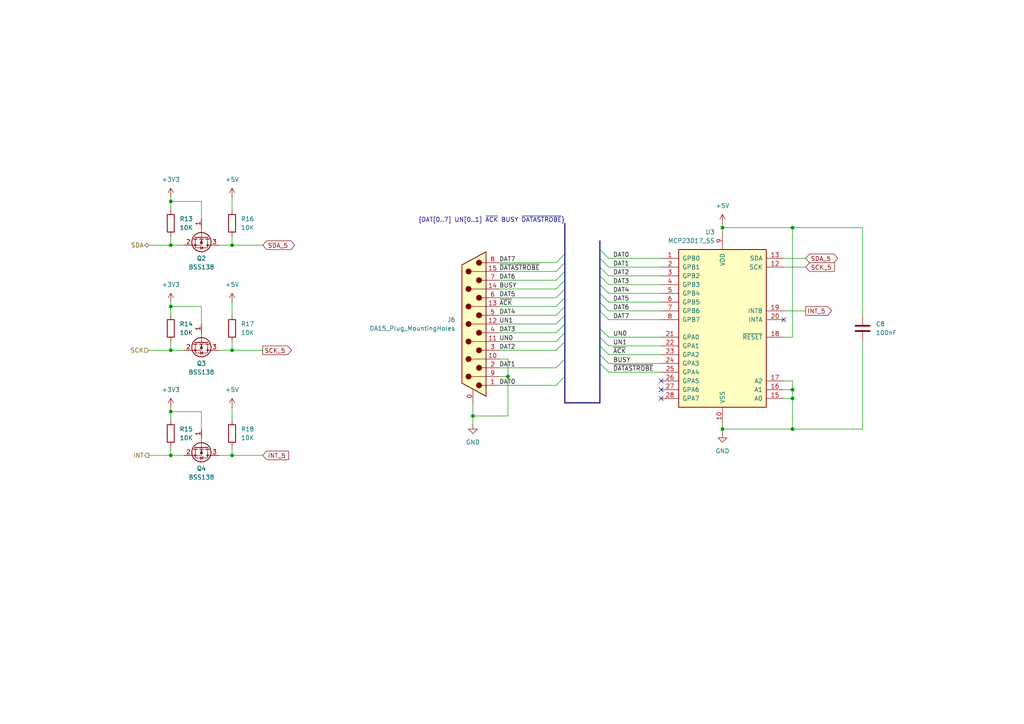
<source format=kicad_sch>
(kicad_sch (version 20231120) (generator "eeschema") (generator_version "8.0")
  (paper "A4")
  (title_block (title "Valiant Turtle 2 - Communicator - Parallel") (date "2024-10-23") (rev "2_0") (company "https://www.waitingforfriday.com") (comment 1 "(c) 2024 Simon Inns") (comment 2 "License: Attribution-ShareAlike 4.0 International (CC BY-SA 4.0)"))
  (lib_symbols
    (symbol "Connector:DA15_Plug_MountingHoles" (pin_names (offset 1.016) hide)
      (property "Reference" "J" (at 0 24.13 0))
      (property "Value" "DA15_Plug_MountingHoles" (at 0 22.225 0))
      (symbol "DA15_Plug_MountingHoles_0_1"
        (circle (center -1.778 -17.78) (radius 0.762) (fill (type outline)))
        (circle (center -1.778 -12.7) (radius 0.762) (fill (type outline)))
        (circle (center -1.778 -7.62) (radius 0.762) (fill (type outline)))
        (circle (center -1.778 -2.54) (radius 0.762) (fill (type outline)))
        (circle (center -1.778 2.54) (radius 0.762) (fill (type outline)))
        (circle (center -1.778 7.62) (radius 0.762) (fill (type outline)))
        (circle (center -1.778 12.7) (radius 0.762) (fill (type outline)))
        (circle (center -1.778 17.78) (radius 0.762) (fill (type outline)))
        (polyline (pts (xy -3.81 -17.78) (xy -2.54 -17.78)))
        (polyline (pts (xy -3.81 -15.24) (xy 0.508 -15.24)))
        (polyline (pts (xy -3.81 -12.7) (xy -2.54 -12.7)))
        (polyline (pts (xy -3.81 -10.16) (xy 0.508 -10.16)))
        (polyline (pts (xy -3.81 -7.62) (xy -2.54 -7.62)))
        (polyline (pts (xy -3.81 -5.08) (xy 0.508 -5.08)))
        (polyline (pts (xy -3.81 -2.54) (xy -2.54 -2.54)))
        (polyline (pts (xy -3.81 0) (xy 0.508 0)))
        (polyline (pts (xy -3.81 2.54) (xy -2.54 2.54)))
        (polyline (pts (xy -3.81 5.08) (xy 0.508 5.08)))
        (polyline (pts (xy -3.81 7.62) (xy -2.54 7.62)))
        (polyline (pts (xy -3.81 10.16) (xy 0.508 10.16)))
        (polyline (pts (xy -3.81 12.7) (xy -2.54 12.7)))
        (polyline (pts (xy -3.81 15.24) (xy 0.508 15.24)))
        (polyline (pts (xy -3.81 17.78) (xy -2.54 17.78)))
        (polyline (pts (xy -3.81 -20.955) (xy 3.175 -17.145) (xy 3.175 17.145) (xy -3.81 20.955) (xy -3.81 -20.955)) (stroke (width 0.254)) (fill (type background)))
        (circle (center 1.27 -15.24) (radius 0.762) (fill (type outline)))
        (circle (center 1.27 -10.16) (radius 0.762) (fill (type outline)))
        (circle (center 1.27 -5.08) (radius 0.762) (fill (type outline)))
        (circle (center 1.27 0) (radius 0.762) (fill (type outline)))
        (circle (center 1.27 5.08) (radius 0.762) (fill (type outline)))
        (circle (center 1.27 10.16) (radius 0.762) (fill (type outline)))
        (circle (center 1.27 15.24) (radius 0.762) (fill (type outline)))
      )
      (symbol "DA15_Plug_MountingHoles_1_1"
        (pin passive line (at 0 -22.86 90) (length 3.81) (name "PAD") (number "0"))
        (pin passive line (at -7.62 -17.78 0) (length 3.81) (name "1") (number "1"))
        (pin passive line (at -7.62 -10.16 0) (length 3.81) (name "P10") (number "10"))
        (pin passive line (at -7.62 -5.08 0) (length 3.81) (name "P111") (number "11"))
        (pin passive line (at -7.62 0 0) (length 3.81) (name "P12") (number "12"))
        (pin passive line (at -7.62 5.08 0) (length 3.81) (name "P13") (number "13"))
        (pin passive line (at -7.62 10.16 0) (length 3.81) (name "P14") (number "14"))
        (pin passive line (at -7.62 15.24 0) (length 3.81) (name "P15") (number "15"))
        (pin passive line (at -7.62 -12.7 0) (length 3.81) (name "2") (number "2"))
        (pin passive line (at -7.62 -7.62 0) (length 3.81) (name "3") (number "3"))
        (pin passive line (at -7.62 -2.54 0) (length 3.81) (name "4") (number "4"))
        (pin passive line (at -7.62 2.54 0) (length 3.81) (name "5") (number "5"))
        (pin passive line (at -7.62 7.62 0) (length 3.81) (name "6") (number "6"))
        (pin passive line (at -7.62 12.7 0) (length 3.81) (name "7") (number "7"))
        (pin passive line (at -7.62 17.78 0) (length 3.81) (name "8") (number "8"))
        (pin passive line (at -7.62 -15.24 0) (length 3.81) (name "P9") (number "9"))
      )
    )
    (symbol "Device:C" (pin_numbers hide) (pin_names (offset 0.254))
      (property "Reference" "C" (at 0.635 2.54 0))
      (property "Value" "C" (at 0.635 -2.54 0))
      (symbol "C_0_1"
        (polyline (pts (xy -2.032 -0.762) (xy 2.032 -0.762)) (stroke (width 0.508)))
        (polyline (pts (xy -2.032 0.762) (xy 2.032 0.762)) (stroke (width 0.508)))
      )
      (symbol "C_1_1"
        (pin passive line (at 0 3.81 270) (length 2.794) (name "~") (number "1"))
        (pin passive line (at 0 -3.81 90) (length 2.794) (name "~") (number "2"))
      )
    )
    (symbol "Device:R" (pin_numbers hide) (pin_names (offset 0))
      (property "Reference" "R" (at 2.032 0 90))
      (property "Value" "R" (at 0 0 90))
      (symbol "R_0_1"
        (rectangle (start -1.016 -2.54) (end 1.016 2.54) (stroke (width 0.254)))
      )
      (symbol "R_1_1"
        (pin passive line (at 0 3.81 270) (length 1.27) (name "~") (number "1"))
        (pin passive line (at 0 -3.81 90) (length 1.27) (name "~") (number "2"))
      )
    )
    (symbol "Interface_Expansion:MCP23017_SS" (pin_names (offset 1.016))
      (property "Reference" "U" (at -11.43 24.13 0))
      (property "Value" "MCP23017_SS" (at 0 0 0))
      (symbol "MCP23017_SS_0_1"
        (rectangle (start -12.7 22.86) (end 12.7 -22.86) (stroke (width 0.254)) (fill (type background)))
      )
      (symbol "MCP23017_SS_1_1"
        (pin bidirectional line (at 17.78 20.32 180) (length 5.08) (name "GPB0") (number "1"))
        (pin power_in line (at 0 -27.94 90) (length 5.08) (name "VSS") (number "10"))
        (pin no_connect line (at -12.7 15.24 0) (length 5.08) hide (name "NC") (number "11"))
        (pin input line (at -17.78 17.78 0) (length 5.08) (name "SCK") (number "12"))
        (pin bidirectional line (at -17.78 20.32 0) (length 5.08) (name "SDA") (number "13"))
        (pin no_connect line (at -12.7 12.7 0) (length 5.08) hide (name "NC") (number "14"))
        (pin input line (at -17.78 -20.32 0) (length 5.08) (name "A0") (number "15"))
        (pin input line (at -17.78 -17.78 0) (length 5.08) (name "A1") (number "16"))
        (pin input line (at -17.78 -15.24 0) (length 5.08) (name "A2") (number "17"))
        (pin input line (at -17.78 -2.54 0) (length 5.08) (name "~{RESET}") (number "18"))
        (pin tri_state line (at -17.78 5.08 0) (length 5.08) (name "INTB") (number "19"))
        (pin bidirectional line (at 17.78 17.78 180) (length 5.08) (name "GPB1") (number "2"))
        (pin tri_state line (at -17.78 2.54 0) (length 5.08) (name "INTA") (number "20"))
        (pin bidirectional line (at 17.78 -2.54 180) (length 5.08) (name "GPA0") (number "21"))
        (pin bidirectional line (at 17.78 -5.08 180) (length 5.08) (name "GPA1") (number "22"))
        (pin bidirectional line (at 17.78 -7.62 180) (length 5.08) (name "GPA2") (number "23"))
        (pin bidirectional line (at 17.78 -10.16 180) (length 5.08) (name "GPA3") (number "24"))
        (pin bidirectional line (at 17.78 -12.7 180) (length 5.08) (name "GPA4") (number "25"))
        (pin bidirectional line (at 17.78 -15.24 180) (length 5.08) (name "GPA5") (number "26"))
        (pin bidirectional line (at 17.78 -17.78 180) (length 5.08) (name "GPA6") (number "27"))
        (pin bidirectional line (at 17.78 -20.32 180) (length 5.08) (name "GPA7") (number "28"))
        (pin bidirectional line (at 17.78 15.24 180) (length 5.08) (name "GPB2") (number "3"))
        (pin bidirectional line (at 17.78 12.7 180) (length 5.08) (name "GPB3") (number "4"))
        (pin bidirectional line (at 17.78 10.16 180) (length 5.08) (name "GPB4") (number "5"))
        (pin bidirectional line (at 17.78 7.62 180) (length 5.08) (name "GPB5") (number "6"))
        (pin bidirectional line (at 17.78 5.08 180) (length 5.08) (name "GPB6") (number "7"))
        (pin bidirectional line (at 17.78 2.54 180) (length 5.08) (name "GPB7") (number "8"))
        (pin power_in line (at 0 27.94 270) (length 5.08) (name "VDD") (number "9"))
      )
    )
    (symbol "Transistor_FET:BSS138" (pin_names hide)
      (property "Reference" "Q" (at 5.08 1.905 0))
      (property "Value" "BSS138" (at 5.08 0 0))
      (symbol "BSS138_0_1"
        (polyline (pts (xy 0.254 0) (xy -2.54 0)))
        (polyline (pts (xy 0.254 1.905) (xy 0.254 -1.905)) (stroke (width 0.254)))
        (polyline (pts (xy 0.762 -1.27) (xy 0.762 -2.286)) (stroke (width 0.254)))
        (polyline (pts (xy 0.762 0.508) (xy 0.762 -0.508)) (stroke (width 0.254)))
        (polyline (pts (xy 0.762 2.286) (xy 0.762 1.27)) (stroke (width 0.254)))
        (polyline (pts (xy 2.54 2.54) (xy 2.54 1.778)))
        (polyline (pts (xy 2.54 -2.54) (xy 2.54 0) (xy 0.762 0)))
        (polyline (pts (xy 0.762 -1.778) (xy 3.302 -1.778) (xy 3.302 1.778) (xy 0.762 1.778)))
        (polyline (pts (xy 1.016 0) (xy 2.032 0.381) (xy 2.032 -0.381) (xy 1.016 0)) (fill (type outline)))
        (polyline (pts (xy 2.794 0.508) (xy 2.921 0.381) (xy 3.683 0.381) (xy 3.81 0.254)))
        (polyline (pts (xy 3.302 0.381) (xy 2.921 -0.254) (xy 3.683 -0.254) (xy 3.302 0.381)))
        (circle (center 1.651 0) (radius 2.794) (stroke (width 0.254)))
        (circle (center 2.54 -1.778) (radius 0.254) (fill (type outline)))
        (circle (center 2.54 1.778) (radius 0.254) (fill (type outline)))
      )
      (symbol "BSS138_1_1"
        (pin input line (at -5.08 0 0) (length 2.54) (name "G") (number "1"))
        (pin passive line (at 2.54 -5.08 90) (length 2.54) (name "S") (number "2"))
        (pin passive line (at 2.54 5.08 270) (length 2.54) (name "D") (number "3"))
      )
    )
    (symbol "power:+3V3" (power) (pin_numbers hide) (pin_names (offset 0) hide)
      (property "Value" "+3V3" (at 0 3.556 0))
      (symbol "+3V3_0_1"
        (polyline (pts (xy -0.762 1.27) (xy 0 2.54)))
        (polyline (pts (xy 0 0) (xy 0 2.54)))
        (polyline (pts (xy 0 2.54) (xy 0.762 1.27)))
      )
      (symbol "+3V3_1_1"
        (pin power_in line (at 0 0 90) (length 0) (name "~") (number "1"))
      )
    )
    (symbol "power:+5V" (power) (pin_numbers hide) (pin_names (offset 0) hide)
      (property "Value" "+5V" (at 0 3.556 0))
      (symbol "+5V_0_1"
        (polyline (pts (xy -0.762 1.27) (xy 0 2.54)))
        (polyline (pts (xy 0 0) (xy 0 2.54)))
        (polyline (pts (xy 0 2.54) (xy 0.762 1.27)))
      )
      (symbol "+5V_1_1"
        (pin power_in line (at 0 0 90) (length 0) (name "~") (number "1"))
      )
    )
    (symbol "power:GND" (power) (pin_numbers hide) (pin_names (offset 0) hide)
      (property "Value" "GND" (at 0 -3.81 0))
      (symbol "GND_0_1"
        (polyline (pts (xy 0 0) (xy 0 -1.27) (xy 1.27 -1.27) (xy 0 -2.54) (xy -1.27 -1.27) (xy 0 -1.27)))
      )
      (symbol "GND_1_1"
        (pin power_in line (at 0 0 270) (length 0) (name "~") (number "1"))
      )
    )
  )
  (junction (at 49.53 88.9))
  (junction (at 49.53 119.38))
  (junction (at 49.53 132.08))
  (junction (at 229.87 124.46))
  (junction (at 147.32 109.22))
  (junction (at 229.87 115.57))
  (junction (at 229.87 113.03))
  (junction (at 67.31 132.08))
  (junction (at 49.53 71.12))
  (junction (at 229.87 66.04))
  (junction (at 209.55 66.04))
  (junction (at 49.53 58.42))
  (junction (at 209.55 124.46))
  (junction (at 67.31 101.6))
  (junction (at 137.16 120.65))
  (junction (at 49.53 101.6))
  (junction (at 67.31 71.12))
  (no_connect (at 191.77 113.03))
  (no_connect (at 191.77 110.49))
  (no_connect (at 227.33 92.71))
  (no_connect (at 191.77 115.57))
  (bus_entry (at 173.99 72.39) (size 2.54 2.54))
  (bus_entry (at 173.99 74.93) (size 2.54 2.54))
  (bus_entry (at 173.99 85.09) (size 2.54 2.54))
  (bus_entry (at 173.99 100.33) (size 2.54 2.54))
  (bus_entry (at 163.83 76.2) (size -2.54 2.54))
  (bus_entry (at 173.99 102.87) (size 2.54 2.54))
  (bus_entry (at 163.83 104.14) (size -2.54 2.54))
  (bus_entry (at 173.99 95.25) (size 2.54 2.54))
  (bus_entry (at 173.99 105.41) (size 2.54 2.54))
  (bus_entry (at 163.83 99.06) (size -2.54 2.54))
  (bus_entry (at 163.83 96.52) (size -2.54 2.54))
  (bus_entry (at 163.83 83.82) (size -2.54 2.54))
  (bus_entry (at 173.99 90.17) (size 2.54 2.54))
  (bus_entry (at 163.83 81.28) (size -2.54 2.54))
  (bus_entry (at 163.83 78.74) (size -2.54 2.54))
  (bus_entry (at 163.83 109.22) (size -2.54 2.54))
  (bus_entry (at 163.83 88.9) (size -2.54 2.54))
  (bus_entry (at 173.99 82.55) (size 2.54 2.54))
  (bus_entry (at 163.83 93.98) (size -2.54 2.54))
  (bus_entry (at 163.83 86.36) (size -2.54 2.54))
  (bus_entry (at 173.99 97.79) (size 2.54 2.54))
  (bus_entry (at 163.83 73.66) (size -2.54 2.54))
  (bus_entry (at 163.83 91.44) (size -2.54 2.54))
  (bus_entry (at 173.99 77.47) (size 2.54 2.54))
  (bus_entry (at 173.99 87.63) (size 2.54 2.54))
  (bus_entry (at 173.99 80.01) (size 2.54 2.54))
  (wire (pts (xy 229.87 110.49) (xy 227.33 110.49)))
  (wire (pts (xy 147.32 120.65) (xy 137.16 120.65)))
  (wire (pts (xy 49.53 58.42) (xy 58.42 58.42)))
  (wire (pts (xy 250.19 66.04) (xy 229.87 66.04)))
  (bus (pts (xy 173.99 100.33) (xy 173.99 97.79)))
  (wire (pts (xy 227.33 113.03) (xy 229.87 113.03)))
  (wire (pts (xy 67.31 71.12) (xy 67.31 68.58)))
  (bus (pts (xy 173.99 116.84) (xy 173.99 105.41)))
  (wire (pts (xy 209.55 124.46) (xy 229.87 124.46)))
  (bus (pts (xy 173.99 80.01) (xy 173.99 82.55)))
  (wire (pts (xy 147.32 104.14) (xy 147.32 109.22)))
  (wire (pts (xy 144.78 101.6) (xy 161.29 101.6)))
  (bus (pts (xy 173.99 85.09) (xy 173.99 87.63)))
  (bus (pts (xy 163.83 81.28) (xy 163.83 83.82)))
  (bus (pts (xy 173.99 74.93) (xy 173.99 77.47)))
  (wire (pts (xy 43.18 101.6) (xy 49.53 101.6)))
  (wire (pts (xy 63.5 101.6) (xy 67.31 101.6)))
  (bus (pts (xy 163.83 78.74) (xy 163.83 81.28)))
  (wire (pts (xy 63.5 71.12) (xy 67.31 71.12)))
  (bus (pts (xy 173.99 69.85) (xy 173.99 72.39)))
  (wire (pts (xy 49.53 119.38) (xy 58.42 119.38)))
  (wire (pts (xy 176.53 85.09) (xy 191.77 85.09)))
  (wire (pts (xy 250.19 99.06) (xy 250.19 124.46)))
  (wire (pts (xy 144.78 83.82) (xy 161.29 83.82)))
  (bus (pts (xy 163.83 104.14) (xy 163.83 109.22)))
  (wire (pts (xy 144.78 81.28) (xy 161.29 81.28)))
  (bus (pts (xy 173.99 102.87) (xy 173.99 105.41)))
  (wire (pts (xy 67.31 132.08) (xy 76.2 132.08)))
  (bus (pts (xy 173.99 72.39) (xy 173.99 74.93)))
  (wire (pts (xy 144.78 96.52) (xy 161.29 96.52)))
  (wire (pts (xy 250.19 91.44) (xy 250.19 66.04)))
  (wire (pts (xy 176.53 97.79) (xy 191.77 97.79)))
  (bus (pts (xy 163.83 83.82) (xy 163.83 86.36)))
  (wire (pts (xy 58.42 58.42) (xy 58.42 63.5)))
  (wire (pts (xy 176.53 100.33) (xy 191.77 100.33)))
  (wire (pts (xy 176.53 102.87) (xy 191.77 102.87)))
  (wire (pts (xy 43.18 71.12) (xy 49.53 71.12)))
  (wire (pts (xy 58.42 119.38) (xy 58.42 124.46)))
  (wire (pts (xy 144.78 93.98) (xy 161.29 93.98)))
  (wire (pts (xy 43.18 132.08) (xy 49.53 132.08)))
  (wire (pts (xy 229.87 124.46) (xy 229.87 115.57)))
  (wire (pts (xy 176.53 107.95) (xy 191.77 107.95)))
  (bus (pts (xy 163.83 76.2) (xy 163.83 78.74)))
  (bus (pts (xy 163.83 64.77) (xy 163.83 73.66)))
  (wire (pts (xy 176.53 77.47) (xy 191.77 77.47)))
  (bus (pts (xy 163.83 99.06) (xy 163.83 104.14)))
  (wire (pts (xy 229.87 97.79) (xy 229.87 66.04)))
  (wire (pts (xy 144.78 91.44) (xy 161.29 91.44)))
  (wire (pts (xy 227.33 90.17) (xy 233.68 90.17)))
  (wire (pts (xy 137.16 116.84) (xy 137.16 120.65)))
  (wire (pts (xy 49.53 87.63) (xy 49.53 88.9)))
  (bus (pts (xy 173.99 77.47) (xy 173.99 80.01)))
  (wire (pts (xy 176.53 92.71) (xy 191.77 92.71)))
  (wire (pts (xy 147.32 109.22) (xy 147.32 120.65)))
  (wire (pts (xy 49.53 71.12) (xy 49.53 68.58)))
  (wire (pts (xy 53.34 71.12) (xy 49.53 71.12)))
  (wire (pts (xy 144.78 78.74) (xy 161.29 78.74)))
  (wire (pts (xy 53.34 101.6) (xy 49.53 101.6)))
  (wire (pts (xy 67.31 101.6) (xy 76.2 101.6)))
  (wire (pts (xy 144.78 111.76) (xy 161.29 111.76)))
  (wire (pts (xy 144.78 109.22) (xy 147.32 109.22)))
  (wire (pts (xy 49.53 60.96) (xy 49.53 58.42)))
  (wire (pts (xy 250.19 124.46) (xy 229.87 124.46)))
  (bus (pts (xy 163.83 88.9) (xy 163.83 91.44)))
  (wire (pts (xy 49.53 91.44) (xy 49.53 88.9)))
  (wire (pts (xy 176.53 82.55) (xy 191.77 82.55)))
  (wire (pts (xy 176.53 105.41) (xy 191.77 105.41)))
  (wire (pts (xy 209.55 123.19) (xy 209.55 124.46)))
  (wire (pts (xy 176.53 87.63) (xy 191.77 87.63)))
  (wire (pts (xy 67.31 132.08) (xy 67.31 129.54)))
  (wire (pts (xy 176.53 80.01) (xy 191.77 80.01)))
  (wire (pts (xy 49.53 121.92) (xy 49.53 119.38)))
  (wire (pts (xy 49.53 118.11) (xy 49.53 119.38)))
  (wire (pts (xy 209.55 64.77) (xy 209.55 66.04)))
  (bus (pts (xy 163.83 109.22) (xy 163.83 116.84)))
  (wire (pts (xy 63.5 132.08) (xy 67.31 132.08)))
  (wire (pts (xy 144.78 106.68) (xy 161.29 106.68)))
  (wire (pts (xy 49.53 101.6) (xy 49.53 99.06)))
  (wire (pts (xy 176.53 74.93) (xy 191.77 74.93)))
  (wire (pts (xy 227.33 97.79) (xy 229.87 97.79)))
  (wire (pts (xy 144.78 104.14) (xy 147.32 104.14)))
  (wire (pts (xy 229.87 113.03) (xy 229.87 110.49)))
  (bus (pts (xy 173.99 82.55) (xy 173.99 85.09)))
  (wire (pts (xy 58.42 88.9) (xy 58.42 93.98)))
  (bus (pts (xy 163.83 93.98) (xy 163.83 96.52)))
  (wire (pts (xy 137.16 120.65) (xy 137.16 123.19)))
  (bus (pts (xy 163.83 96.52) (xy 163.83 99.06)))
  (wire (pts (xy 229.87 66.04) (xy 209.55 66.04)))
  (wire (pts (xy 227.33 115.57) (xy 229.87 115.57)))
  (bus (pts (xy 173.99 90.17) (xy 173.99 95.25)))
  (wire (pts (xy 49.53 57.15) (xy 49.53 58.42)))
  (wire (pts (xy 67.31 71.12) (xy 76.2 71.12)))
  (wire (pts (xy 49.53 88.9) (xy 58.42 88.9)))
  (wire (pts (xy 144.78 86.36) (xy 161.29 86.36)))
  (wire (pts (xy 176.53 90.17) (xy 191.77 90.17)))
  (wire (pts (xy 67.31 118.11) (xy 67.31 121.92)))
  (bus (pts (xy 163.83 91.44) (xy 163.83 93.98)))
  (wire (pts (xy 227.33 74.93) (xy 233.68 74.93)))
  (bus (pts (xy 173.99 95.25) (xy 173.99 97.79)))
  (wire (pts (xy 67.31 87.63) (xy 67.31 91.44)))
  (wire (pts (xy 144.78 76.2) (xy 161.29 76.2)))
  (wire (pts (xy 144.78 99.06) (xy 161.29 99.06)))
  (wire (pts (xy 209.55 124.46) (xy 209.55 125.73)))
  (wire (pts (xy 67.31 101.6) (xy 67.31 99.06)))
  (wire (pts (xy 67.31 57.15) (xy 67.31 60.96)))
  (wire (pts (xy 49.53 132.08) (xy 49.53 129.54)))
  (bus (pts (xy 173.99 87.63) (xy 173.99 90.17)))
  (wire (pts (xy 209.55 66.04) (xy 209.55 67.31)))
  (bus (pts (xy 163.83 73.66) (xy 163.83 76.2)))
  (wire (pts (xy 229.87 115.57) (xy 229.87 113.03)))
  (bus (pts (xy 163.83 116.84) (xy 173.99 116.84)))
  (bus (pts (xy 173.99 100.33) (xy 173.99 102.87)))
  (wire (pts (xy 144.78 88.9) (xy 161.29 88.9)))
  (bus (pts (xy 163.83 86.36) (xy 163.83 88.9)))
  (wire (pts (xy 53.34 132.08) (xy 49.53 132.08)))
  (wire (pts (xy 227.33 77.47) (xy 233.68 77.47)))
  (label "UN0" (at 144.78 99.06 0))
  (label "DAT1" (at 144.78 106.68 0))
  (label "DAT4" (at 177.8 85.09 0))
  (label "{DAT[0..7] UN[0..1] ~{ACK} BUSY ~{DATASTROBE}}" (at 163.83 64.77 180))
  (label "~{ACK}" (at 144.78 88.9 0))
  (label "BUSY" (at 144.78 83.82 0))
  (label "DAT6" (at 177.8 90.17 0))
  (label "~{ACK}" (at 177.8 102.87 0))
  (label "DAT7" (at 144.78 76.2 0))
  (label "DAT5" (at 144.78 86.36 0))
  (label "DAT2" (at 144.78 101.6 0))
  (label "DAT2" (at 177.8 80.01 0))
  (label "DAT3" (at 144.78 96.52 0))
  (label "DAT3" (at 177.8 82.55 0))
  (label "UN0" (at 177.8 97.79 0))
  (label "DAT1" (at 177.8 77.47 0))
  (label "DAT7" (at 177.8 92.71 0))
  (label "BUSY" (at 177.8 105.41 0))
  (label "UN1" (at 177.8 100.33 0))
  (label "DAT0" (at 144.78 111.76 0))
  (label "DAT6" (at 144.78 81.28 0))
  (label "UN1" (at 144.78 93.98 0))
  (label "DAT0" (at 177.8 74.93 0))
  (label "~{DATASTROBE}" (at 144.78 78.74 0))
  (label "~{DATASTROBE}" (at 177.8 107.95 0))
  (label "DAT5" (at 177.8 87.63 0))
  (label "DAT4" (at 144.78 91.44 0))
  (global_label "SDA_5" (shape bidirectional) (at 233.68 74.93 0) (property "Intersheetrefs" "${INTERSHEET_REFS}" (effects (hide yes))))
  (global_label "SCK_5" (shape input) (at 233.68 77.47 0) (property "Intersheetrefs" "${INTERSHEET_REFS}" (effects (hide yes))))
  (global_label "INT_5" (shape input) (at 76.2 132.08 0) (property "Intersheetrefs" "${INTERSHEET_REFS}" (effects (hide yes))))
  (global_label "SCK_5" (shape output) (at 76.2 101.6 0) (property "Intersheetrefs" "${INTERSHEET_REFS}" (effects (hide yes))))
  (global_label "SDA_5" (shape bidirectional) (at 76.2 71.12 0) (property "Intersheetrefs" "${INTERSHEET_REFS}" (effects (hide yes))))
  (global_label "INT_5" (shape output) (at 233.68 90.17 0) (property "Intersheetrefs" "${INTERSHEET_REFS}" (effects (hide yes))))
  (hierarchical_label "SDA" (shape bidirectional) (at 43.18 71.12 180))
  (hierarchical_label "INT" (shape output) (at 43.18 132.08 180))
  (hierarchical_label "SCK" (shape input) (at 43.18 101.6 180))
  (symbol (lib_id "Transistor_FET:BSS138") (at 58.42 68.58 270) (unit 1)
    (property "Reference" "Q2" (at 58.42 74.93 90))
    (property "Value" "BSS138" (at 58.42 77.47 90))
    (property "Footprint" "Package_TO_SOT_SMD:SOT-23" (effects (hide yes)))
    (property "Datasheet" "https://www.onsemi.com/pub/Collateral/BSS138-D.PDF" (effects (hide yes)))
    (property "Description" "50V Vds, 0.22A Id, N-Channel MOSFET, SOT-23" (effects (hide yes)))
  )
  (symbol (lib_id "Device:R") (at 49.53 64.77 0) (unit 1)
    (property "Reference" "R13" (at 52.07 63.4999 0) (effects (justify left)))
    (property "Value" "10K" (at 52.07 66.0399 0) (effects (justify left)))
    (property "Description" "Resistor" (effects (hide yes)))
  )
  (symbol (lib_id "power:+5V") (at 209.55 64.77 0) (unit 1)
    (property "Reference" "#PWR024" (effects (hide yes)))
    (property "Value" "+5V" (at 209.55 59.69 0))
    (property "Description" "Power symbol creates a global label with name \"+5V\"" (effects (hide yes)))
  )
  (symbol (lib_id "Transistor_FET:BSS138") (at 58.42 99.06 270) (unit 1)
    (property "Reference" "Q3" (at 58.42 105.41 90))
    (property "Value" "BSS138" (at 58.42 107.95 90))
    (property "Footprint" "Package_TO_SOT_SMD:SOT-23" (effects (hide yes)))
    (property "Datasheet" "https://www.onsemi.com/pub/Collateral/BSS138-D.PDF" (effects (hide yes)))
    (property "Description" "50V Vds, 0.22A Id, N-Channel MOSFET, SOT-23" (effects (hide yes)))
  )
  (symbol (lib_id "power:GND") (at 137.16 123.19 0) (unit 1)
    (property "Reference" "#PWR023" (effects (hide yes)))
    (property "Value" "GND" (at 137.16 128.27 0))
    (property "Description" "Power symbol creates a global label with name \"GND\" , ground" (effects (hide yes)))
  )
  (symbol (lib_id "power:+3V3") (at 49.53 118.11 0) (unit 1)
    (property "Reference" "#PWR019" (effects (hide yes)))
    (property "Value" "+3V3" (at 49.53 113.03 0))
    (property "Description" "Power symbol creates a global label with name \"+3V3\"" (effects (hide yes)))
  )
  (symbol (lib_id "Device:C") (at 250.19 95.25 0) (unit 1)
    (property "Reference" "C8" (at 254 93.9799 0) (effects (justify left)))
    (property "Value" "100nF" (at 254 96.5199 0) (effects (justify left)))
    (property "Description" "Unpolarized capacitor" (effects (hide yes)))
  )
  (symbol (lib_id "Device:R") (at 67.31 95.25 0) (unit 1)
    (property "Reference" "R17" (at 69.85 93.9799 0) (effects (justify left)))
    (property "Value" "10K" (at 69.85 96.5199 0) (effects (justify left)))
    (property "Description" "Resistor" (effects (hide yes)))
  )
  (symbol (lib_id "Connector:DA15_Plug_MountingHoles") (at 137.16 93.98 0) (mirror y) (unit 1)
    (property "Reference" "J6" (at 132.08 92.7099 0) (effects (justify left)))
    (property "Value" "DA15_Plug_MountingHoles" (at 132.08 95.2499 0) (effects (justify left)))
    (property "Description" "15-pin male plug pin D-SUB connector (low-density/2 columns), Mounting Hole" (effects (hide yes)))
  )
  (symbol (lib_id "Device:R") (at 67.31 64.77 0) (unit 1)
    (property "Reference" "R16" (at 69.85 63.4999 0) (effects (justify left)))
    (property "Value" "10K" (at 69.85 66.0399 0) (effects (justify left)))
    (property "Description" "Resistor" (effects (hide yes)))
  )
  (symbol (lib_id "Device:R") (at 49.53 95.25 0) (unit 1)
    (property "Reference" "R14" (at 52.07 93.9799 0) (effects (justify left)))
    (property "Value" "10K" (at 52.07 96.5199 0) (effects (justify left)))
    (property "Description" "Resistor" (effects (hide yes)))
  )
  (symbol (lib_id "Device:R") (at 49.53 125.73 0) (unit 1)
    (property "Reference" "R15" (at 52.07 124.4599 0) (effects (justify left)))
    (property "Value" "10K" (at 52.07 126.9999 0) (effects (justify left)))
    (property "Description" "Resistor" (effects (hide yes)))
  )
  (symbol (lib_id "power:+3V3") (at 49.53 57.15 0) (unit 1)
    (property "Reference" "#PWR017" (effects (hide yes)))
    (property "Value" "+3V3" (at 49.53 52.07 0))
    (property "Description" "Power symbol creates a global label with name \"+3V3\"" (effects (hide yes)))
  )
  (symbol (lib_id "power:+5V") (at 67.31 87.63 0) (unit 1)
    (property "Reference" "#PWR021" (effects (hide yes)))
    (property "Value" "+5V" (at 67.31 82.55 0))
    (property "Description" "Power symbol creates a global label with name \"+5V\"" (effects (hide yes)))
  )
  (symbol (lib_id "Interface_Expansion:MCP23017_SS") (at 209.55 95.25 0) (mirror y) (unit 1)
    (property "Reference" "U3" (at 207.3559 67.31 0) (effects (justify left)))
    (property "Value" "MCP23017_SS" (at 207.3559 69.85 0) (effects (justify left)))
    (property "Footprint" "Package_SO:SSOP-28_5.3x10.2mm_P0.65mm" (effects (hide yes)))
    (property "Datasheet" "http://ww1.microchip.com/downloads/en/DeviceDoc/20001952C.pdf" (effects (hide yes)))
    (property "Description" "16-bit I/O expander, I2C, interrupts, w pull-ups, SSOP-28" (effects (hide yes)))
  )
  (symbol (lib_id "power:+5V") (at 67.31 118.11 0) (unit 1)
    (property "Reference" "#PWR022" (effects (hide yes)))
    (property "Value" "+5V" (at 67.31 113.03 0))
    (property "Description" "Power symbol creates a global label with name \"+5V\"" (effects (hide yes)))
  )
  (symbol (lib_id "power:GND") (at 209.55 125.73 0) (unit 1)
    (property "Reference" "#PWR025" (effects (hide yes)))
    (property "Value" "GND" (at 209.55 130.81 0))
    (property "Description" "Power symbol creates a global label with name \"GND\" , ground" (effects (hide yes)))
  )
  (symbol (lib_id "power:+3V3") (at 49.53 87.63 0) (unit 1)
    (property "Reference" "#PWR018" (effects (hide yes)))
    (property "Value" "+3V3" (at 49.53 82.55 0))
    (property "Description" "Power symbol creates a global label with name \"+3V3\"" (effects (hide yes)))
  )
  (symbol (lib_id "power:+5V") (at 67.31 57.15 0) (unit 1)
    (property "Reference" "#PWR020" (effects (hide yes)))
    (property "Value" "+5V" (at 67.31 52.07 0))
    (property "Description" "Power symbol creates a global label with name \"+5V\"" (effects (hide yes)))
  )
  (symbol (lib_id "Transistor_FET:BSS138") (at 58.42 129.54 270) (unit 1)
    (property "Reference" "Q4" (at 58.42 135.89 90))
    (property "Value" "BSS138" (at 58.42 138.43 90))
    (property "Footprint" "Package_TO_SOT_SMD:SOT-23" (effects (hide yes)))
    (property "Datasheet" "https://www.onsemi.com/pub/Collateral/BSS138-D.PDF" (effects (hide yes)))
    (property "Description" "50V Vds, 0.22A Id, N-Channel MOSFET, SOT-23" (effects (hide yes)))
  )
  (symbol (lib_id "Device:R") (at 67.31 125.73 0) (unit 1)
    (property "Reference" "R18" (at 69.85 124.4599 0) (effects (justify left)))
    (property "Value" "10K" (at 69.85 126.9999 0) (effects (justify left)))
    (property "Description" "Resistor" (effects (hide yes)))
  )
)
</source>
